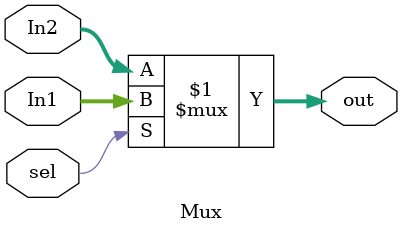
<source format=v>
module Mux
    #(parameter  n = 32)
    (
        input [n-1:0] In1, In2,
        input sel,
        output [n-1:0] out
    );

    assign out = sel ? In1 : In2;
endmodule

</source>
